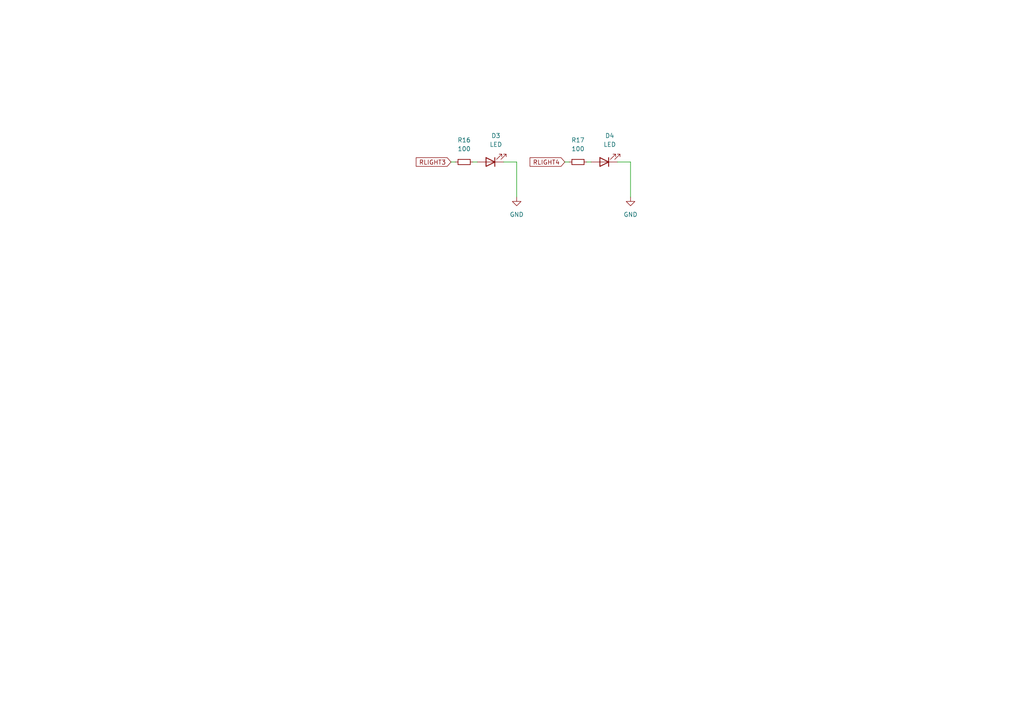
<source format=kicad_sch>
(kicad_sch (version 20211123) (generator eeschema)
  (paper "A4")
  (title_block (title "TECH_WEEK") (date "2022-09-26") (rev "1") (company "0804robot") (comment 1 "Drawn by MK"))
  (lib_symbols
    (symbol "Device:LED" (pin_numbers hide) (pin_names (offset 1.016) hide)
      (property "Reference" "D" (at 0 2.54 0))
      (property "Value" "LED" (at 0 -2.54 0))
      (symbol "LED_0_1"
        (polyline (pts (xy -1.27 -1.27) (xy -1.27 1.27)) (stroke (width 0.254)))
        (polyline (pts (xy -1.27 0) (xy 1.27 0)))
        (polyline (pts (xy 1.27 -1.27) (xy 1.27 1.27) (xy -1.27 0) (xy 1.27 -1.27)) (stroke (width 0.254)))
        (polyline (pts (xy -3.048 -0.762) (xy -4.572 -2.286) (xy -3.81 -2.286) (xy -4.572 -2.286) (xy -4.572 -1.524)))
        (polyline (pts (xy -1.778 -0.762) (xy -3.302 -2.286) (xy -2.54 -2.286) (xy -3.302 -2.286) (xy -3.302 -1.524)))
      )
      (symbol "LED_1_1"
        (pin passive line (at -3.81 0 0) (length 2.54) (name "K") (number "1"))
        (pin passive line (at 3.81 0 180) (length 2.54) (name "A") (number "2"))
      )
    )
    (symbol "Device:R_Small" (pin_numbers hide) (pin_names (offset 0.254) hide)
      (property "Reference" "R" (at 0.762 0.508 0))
      (property "Value" "R_Small" (at 0.762 -1.016 0))
      (symbol "R_Small_0_1"
        (rectangle (start -0.762 1.778) (end 0.762 -1.778) (stroke (width 0.2032)))
      )
      (symbol "R_Small_1_1"
        (pin passive line (at 0 2.54 270) (length 0.762) (name "~") (number "1"))
        (pin passive line (at 0 -2.54 90) (length 0.762) (name "~") (number "2"))
      )
    )
    (symbol "power:GND" (power) (pin_names (offset 0))
      (property "Value" "GND" (at 0 -3.81 0))
      (symbol "GND_0_1"
        (polyline (pts (xy 0 0) (xy 0 -1.27) (xy 1.27 -1.27) (xy 0 -2.54) (xy -1.27 -1.27) (xy 0 -1.27)))
      )
      (symbol "GND_1_1"
        (pin power_in line (at 0 0 270) (length 0) hide (name "GND") (number "1"))
      )
    )
  )
  (wire (pts (xy 179.07 46.99) (xy 182.88 46.99)))
  (wire (pts (xy 149.86 46.99) (xy 149.86 57.15)))
  (wire (pts (xy 130.81 46.99) (xy 132.08 46.99)))
  (wire (pts (xy 163.83 46.99) (xy 165.1 46.99)))
  (wire (pts (xy 137.16 46.99) (xy 138.43 46.99)))
  (wire (pts (xy 170.18 46.99) (xy 171.45 46.99)))
  (wire (pts (xy 182.88 46.99) (xy 182.88 57.15)))
  (wire (pts (xy 146.05 46.99) (xy 149.86 46.99)))
  (global_label "RLIGHT3" (shape input) (at 130.81 46.99 180) (property "Intersheet References" "${INTERSHEET_REFS}" (effects hide)))
  (global_label "RLIGHT4" (shape input) (at 163.83 46.99 180) (property "Intersheet References" "${INTERSHEET_REFS}" (effects hide)))
  (symbol (lib_id "power:GND") (at 182.88 57.15 0) (unit 1)
    (property "Reference" "#PWR0141" (effects hide))
    (property "Value" "GND" (at 182.88 62.23 0))
  )
  (symbol (lib_id "Device:R_Small") (at 134.62 46.99 90) (unit 1)
    (property "Reference" "R16" (at 134.62 40.64 90))
    (property "Value" "100" (at 134.62 43.18 90))
    (property "Footprint" "UserLibrary:R_Axial_DIN0207_L6.3mm_D2.5mm_P10.16mm_Horizontal" (effects hide))
    (property "Nerokas link" "https://store.nerokas.co.ke/index.php?route=product/product&product_id=513&search=100+resistor&description=true" (effects hide))
  )
  (symbol (lib_id "power:GND") (at 149.86 57.15 0) (unit 1)
    (property "Reference" "#PWR0142" (effects hide))
    (property "Value" "GND" (at 149.86 62.23 0))
  )
  (symbol (lib_id "Device:R_Small") (at 167.64 46.99 90) (unit 1)
    (property "Reference" "R17" (at 167.64 40.64 90))
    (property "Value" "100" (at 167.64 43.18 90))
    (property "Footprint" "UserLibrary:R_Axial_DIN0207_L6.3mm_D2.5mm_P10.16mm_Horizontal" (effects hide))
    (property "Nerokas link" "https://store.nerokas.co.ke/index.php?route=product/product&product_id=513&search=100+resistor&description=true" (effects hide))
  )
  (symbol (lib_id "Device:LED") (at 175.26 46.99 180) (unit 1)
    (property "Reference" "D4" (at 176.8475 39.37 0))
    (property "Value" "LED" (at 176.8475 41.91 0))
    (property "Footprint" "LED_THT:LED_D5.0mm" (effects hide))
    (property "Nerokas link" "https://store.nerokas.co.ke/index.php?route=product/product&product_id=948&search=white+led+&description=true" (effects hide))
  )
  (symbol (lib_id "Device:LED") (at 142.24 46.99 180) (unit 1)
    (property "Reference" "D3" (at 143.8275 39.37 0))
    (property "Value" "LED" (at 143.8275 41.91 0))
    (property "Footprint" "LED_THT:LED_D5.0mm" (effects hide))
    (property "Nerokas link" "https://store.nerokas.co.ke/index.php?route=product/product&product_id=947&search=blue+led+&description=true" (effects hide))
  )
)
</source>
